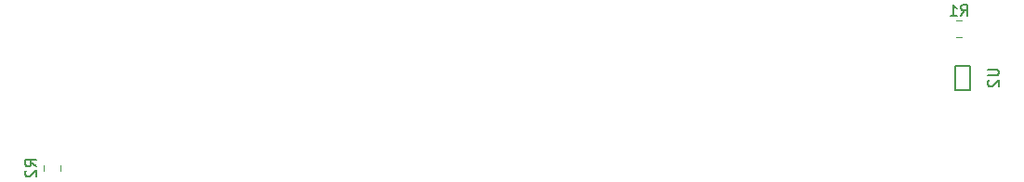
<source format=gbr>
G04 #@! TF.GenerationSoftware,KiCad,Pcbnew,(5.1.8)-1*
G04 #@! TF.CreationDate,2022-02-21T20:21:33+03:00*
G04 #@! TF.ProjectId,template,74656d70-6c61-4746-952e-6b696361645f,rev?*
G04 #@! TF.SameCoordinates,Original*
G04 #@! TF.FileFunction,Legend,Bot*
G04 #@! TF.FilePolarity,Positive*
%FSLAX46Y46*%
G04 Gerber Fmt 4.6, Leading zero omitted, Abs format (unit mm)*
G04 Created by KiCad (PCBNEW (5.1.8)-1) date 2022-02-21 20:21:33*
%MOMM*%
%LPD*%
G01*
G04 APERTURE LIST*
%ADD10C,0.120000*%
%ADD11C,0.150000*%
G04 APERTURE END LIST*
D10*
X28675000Y-53567064D02*
X28675000Y-53112936D01*
X27205000Y-53567064D02*
X27205000Y-53112936D01*
X110717064Y-41375000D02*
X110262936Y-41375000D01*
X110717064Y-39905000D02*
X110262936Y-39905000D01*
D11*
X111490000Y-43997500D02*
X110140000Y-43997500D01*
X111490000Y-46247500D02*
X111490000Y-43997500D01*
X110140000Y-46247500D02*
X111490000Y-46247500D01*
X110140000Y-43997500D02*
X110140000Y-46247500D01*
X26487380Y-53173333D02*
X26011190Y-52840000D01*
X26487380Y-52601904D02*
X25487380Y-52601904D01*
X25487380Y-52982857D01*
X25535000Y-53078095D01*
X25582619Y-53125714D01*
X25677857Y-53173333D01*
X25820714Y-53173333D01*
X25915952Y-53125714D01*
X25963571Y-53078095D01*
X26011190Y-52982857D01*
X26011190Y-52601904D01*
X25582619Y-53554285D02*
X25535000Y-53601904D01*
X25487380Y-53697142D01*
X25487380Y-53935238D01*
X25535000Y-54030476D01*
X25582619Y-54078095D01*
X25677857Y-54125714D01*
X25773095Y-54125714D01*
X25915952Y-54078095D01*
X26487380Y-53506666D01*
X26487380Y-54125714D01*
X110656666Y-39442380D02*
X110990000Y-38966190D01*
X111228095Y-39442380D02*
X111228095Y-38442380D01*
X110847142Y-38442380D01*
X110751904Y-38490000D01*
X110704285Y-38537619D01*
X110656666Y-38632857D01*
X110656666Y-38775714D01*
X110704285Y-38870952D01*
X110751904Y-38918571D01*
X110847142Y-38966190D01*
X111228095Y-38966190D01*
X109704285Y-39442380D02*
X110275714Y-39442380D01*
X109990000Y-39442380D02*
X109990000Y-38442380D01*
X110085238Y-38585238D01*
X110180476Y-38680476D01*
X110275714Y-38728095D01*
X113117380Y-44323095D02*
X113926904Y-44323095D01*
X114022142Y-44370714D01*
X114069761Y-44418333D01*
X114117380Y-44513571D01*
X114117380Y-44704047D01*
X114069761Y-44799285D01*
X114022142Y-44846904D01*
X113926904Y-44894523D01*
X113117380Y-44894523D01*
X113212619Y-45323095D02*
X113165000Y-45370714D01*
X113117380Y-45465952D01*
X113117380Y-45704047D01*
X113165000Y-45799285D01*
X113212619Y-45846904D01*
X113307857Y-45894523D01*
X113403095Y-45894523D01*
X113545952Y-45846904D01*
X114117380Y-45275476D01*
X114117380Y-45894523D01*
M02*

</source>
